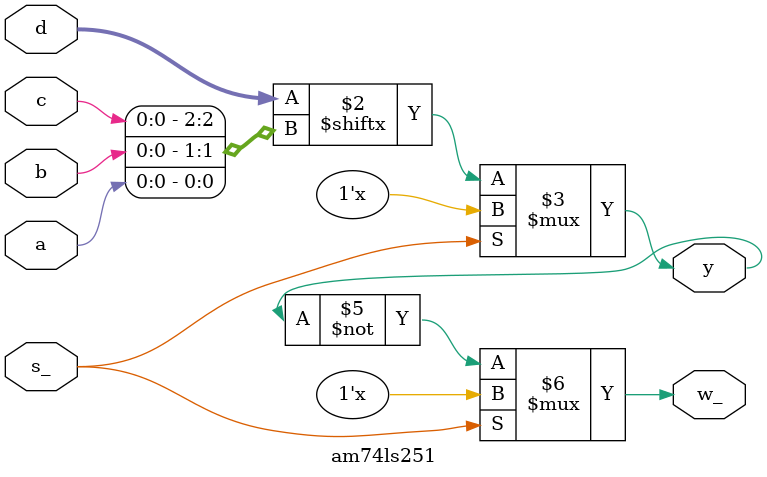
<source format=v>


module am74ls251(d, a,b,c, s_, y, w_);
input [7:0] d;
input a,b,c;
input s_;

output y, w_;

assign y  = (s_ == 1'b0) ? d[{c,b,a}] : 1'bz;
assign w_ = (s_ == 1'b0) ? ~y : 1'bz;

endmodule

</source>
